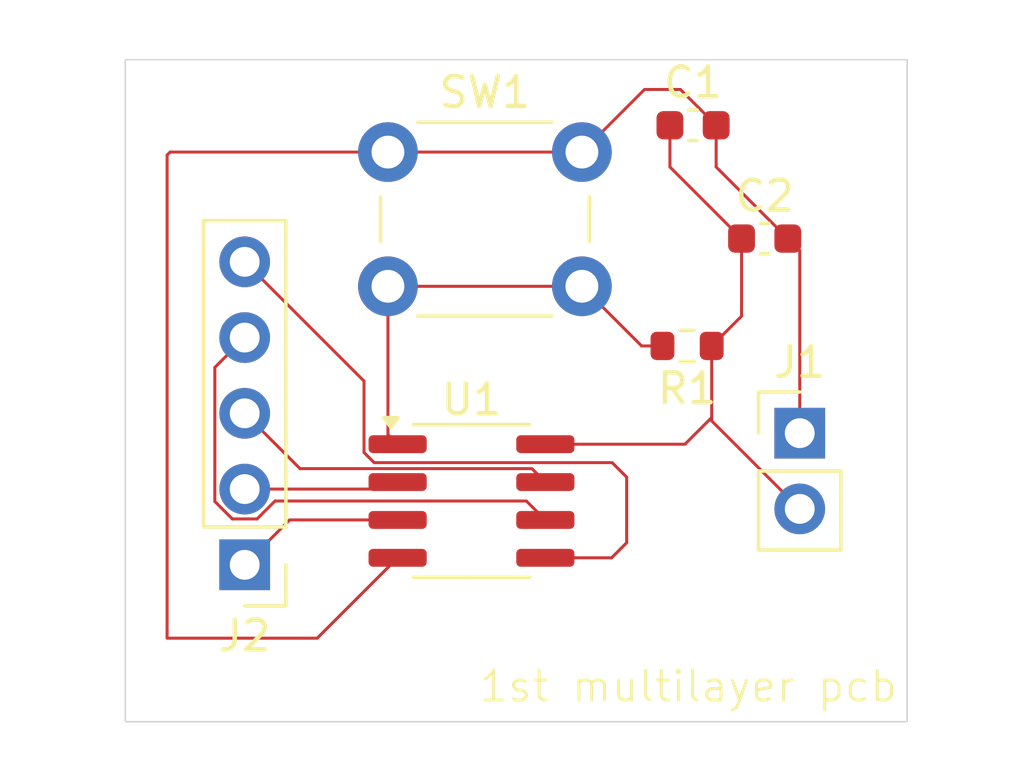
<source format=kicad_pcb>
(kicad_pcb (version 20241229) (generator "pcbnew") (generator_version "9.0")
  (layers (0 "F.Cu" signal) (4 "In1.Cu" power) (6 "In2.Cu" power) (2 "B.Cu" signal) (13 "F.Paste" user) (15 "B.Paste" user) (5 "F.SilkS" user "F.Silkscreen") (7 "B.SilkS" user "B.Silkscreen") (1 "F.Mask" user) (3 "B.Mask" user) (25 "Edge.Cuts" user))
  (net 0 "")
  (net 1 "5VD")
  (net 2 "Net-(U1-~{RESET}{slash}PB5)")
  (net 3 "Net-(J2-Pin_3)")
  (net 4 "Net-(J2-Pin_5)")
  (net 5 "Net-(J2-Pin_2)")
  (net 6 "Net-(J2-Pin_4)")
  (net 7 "Net-(J2-Pin_1)")
  (net 8 "GNDD")
  (footprint "Capacitor_SMD:C_0603_1608Metric" (layer "F.Cu") (at 125.625 85.8)
    (property "Reference" "C2" (at 0 -1.43 0) (layer "F.SilkS"))
    (property "Value" "0.1uF")
    (fp_line (start -0.14058 -0.51) (end 0.14058 -0.51) (stroke (width 0.12)) (layer "F.SilkS"))
    (fp_line (start -0.14058 0.51) (end 0.14058 0.51) (stroke (width 0.12)) (layer "F.SilkS"))
    (pad "1" smd roundrect (at -0.775 0) (size 0.9 0.95) (layers "F.Cu" "F.Mask" "F.Paste") (net 1 "5VD"))
    (pad "2" smd roundrect (at 0.775 0) (size 0.9 0.95) (layers "F.Cu" "F.Mask" "F.Paste") (net 8 "GNDD"))
  )
  (footprint "Button_Switch_THT:SW_PUSH_6mm" (layer "F.Cu") (at 113 82.9)
    (property "Reference" "SW1" (at 3.25 -2 0) (layer "F.SilkS"))
    (property "Value" "SW_Push")
    (fp_line (start -0.25 1.5) (end -0.25 3) (stroke (width 0.12)) (layer "F.SilkS"))
    (fp_line (start 1 5.5) (end 5.5 5.5) (stroke (width 0.12)) (layer "F.SilkS"))
    (fp_line (start 5.5 -1) (end 1 -1) (stroke (width 0.12)) (layer "F.SilkS"))
    (fp_line (start 6.75 3) (end 6.75 1.5) (stroke (width 0.12)) (layer "F.SilkS"))
    (pad "1" thru_hole circle (at 0 0 90) (size 2 2) (drill 1.1) (layers "*.Cu" "*.Mask") (net 8 "GNDD"))
    (pad "1" thru_hole circle (at 6.5 0 90) (size 2 2) (drill 1.1) (layers "*.Cu" "*.Mask") (net 8 "GNDD"))
    (pad "2" thru_hole circle (at 0 4.5 90) (size 2 2) (drill 1.1) (layers "*.Cu" "*.Mask") (net 2 "Net-(U1-~{RESET}{slash}PB5)"))
    (pad "2" thru_hole circle (at 6.5 4.5 90) (size 2 2) (drill 1.1) (layers "*.Cu" "*.Mask") (net 2 "Net-(U1-~{RESET}{slash}PB5)"))
  )
  (footprint "Connector_PinHeader_2.54mm:PinHeader_1x05_P2.54mm_Vertical" (layer "F.Cu") (at 108.2 96.74 180)
    (property "Reference" "J2" (at 0 -2.38 0) (layer "F.SilkS"))
    (property "Value" "GPIO")
    (fp_line (start 1.38 1.27) (end 1.38 11.54) (stroke (width 0.12)) (layer "F.SilkS"))
    (fp_line (start -1.38 11.54) (end 1.38 11.54) (stroke (width 0.12)) (layer "F.SilkS"))
    (fp_line (start -1.38 1.27) (end 1.38 1.27) (stroke (width 0.12)) (layer "F.SilkS"))
    (fp_line (start -1.38 1.27) (end -1.38 11.54) (stroke (width 0.12)) (layer "F.SilkS"))
    (fp_line (start -1.38 0) (end -1.38 -1.38) (stroke (width 0.12)) (layer "F.SilkS"))
    (fp_line (start -1.38 -1.38) (end 0 -1.38) (stroke (width 0.12)) (layer "F.SilkS"))
    (pad "1" thru_hole rect (at 0 0 180) (size 1.7 1.7) (drill 1) (layers "*.Cu" "*.Mask") (net 7 "Net-(J2-Pin_1)"))
    (pad "2" thru_hole circle (at 0 2.54 180) (size 1.7 1.7) (drill 1) (layers "*.Cu" "*.Mask") (net 5 "Net-(J2-Pin_2)"))
    (pad "3" thru_hole circle (at 0 5.08 180) (size 1.7 1.7) (drill 1) (layers "*.Cu" "*.Mask") (net 3 "Net-(J2-Pin_3)"))
    (pad "4" thru_hole circle (at 0 7.62 180) (size 1.7 1.7) (drill 1) (layers "*.Cu" "*.Mask") (net 6 "Net-(J2-Pin_4)"))
    (pad "5" thru_hole circle (at 0 10.16 180) (size 1.7 1.7) (drill 1) (layers "*.Cu" "*.Mask") (net 4 "Net-(J2-Pin_5)"))
  )
  (footprint "Capacitor_SMD:C_0603_1608Metric" (layer "F.Cu") (at 123.225 82)
    (property "Reference" "C1" (at 0 -1.43 0) (layer "F.SilkS"))
    (property "Value" "4.7uF")
    (fp_line (start -0.14058 -0.51) (end 0.14058 -0.51) (stroke (width 0.12)) (layer "F.SilkS"))
    (fp_line (start -0.14058 0.51) (end 0.14058 0.51) (stroke (width 0.12)) (layer "F.SilkS"))
    (pad "1" smd roundrect (at -0.775 0) (size 0.9 0.95) (layers "F.Cu" "F.Mask" "F.Paste") (net 1 "5VD"))
    (pad "2" smd roundrect (at 0.775 0) (size 0.9 0.95) (layers "F.Cu" "F.Mask" "F.Paste") (net 8 "GNDD"))
  )
  (footprint "Resistor_SMD:R_0603_1608Metric" (layer "F.Cu") (at 123.025 89.4 180)
    (property "Reference" "R1" (at 0 -1.43 0) (layer "F.SilkS"))
    (property "Value" "10K")
    (fp_line (start -0.237258 0.5225) (end 0.237258 0.5225) (stroke (width 0.12)) (layer "F.SilkS"))
    (fp_line (start -0.237258 -0.5225) (end 0.237258 -0.5225) (stroke (width 0.12)) (layer "F.SilkS"))
    (pad "1" smd roundrect (at -0.825 0 180) (size 0.8 0.95) (layers "F.Cu" "F.Mask" "F.Paste") (net 1 "5VD"))
    (pad "2" smd roundrect (at 0.825 0 180) (size 0.8 0.95) (layers "F.Cu" "F.Mask" "F.Paste") (net 2 "Net-(U1-~{RESET}{slash}PB5)"))
  )
  (footprint "Package_SO:SOIC-8_3.9x4.9mm_P1.27mm" (layer "F.Cu") (at 115.8 94.6)
    (property "Reference" "U1" (at 0 -3.4 0) (layer "F.SilkS"))
    (property "Value" "ATtiny85-20S")
    (fp_line (start 0 -2.56) (end -1.95 -2.56) (stroke (width 0.12)) (layer "F.SilkS"))
    (fp_line (start 0 -2.56) (end 1.95 -2.56) (stroke (width 0.12)) (layer "F.SilkS"))
    (fp_line (start 0 2.56) (end -1.95 2.56) (stroke (width 0.12)) (layer "F.SilkS"))
    (fp_line (start 0 2.56) (end 1.95 2.56) (stroke (width 0.12)) (layer "F.SilkS"))
    (fp_poly (pts (xy -2.7 -2.465) (xy -2.94 -2.795) (xy -2.46 -2.795)) (stroke (width 0.12)) (fill yes) (layer "F.SilkS"))
    (pad "1" smd roundrect (at -2.475 -1.905) (size 1.95 0.6) (layers "F.Cu" "F.Mask" "F.Paste") (net 2 "Net-(U1-~{RESET}{slash}PB5)"))
    (pad "2" smd roundrect (at -2.475 -0.635) (size 1.95 0.6) (layers "F.Cu" "F.Mask" "F.Paste") (net 5 "Net-(J2-Pin_2)"))
    (pad "3" smd roundrect (at -2.475 0.635) (size 1.95 0.6) (layers "F.Cu" "F.Mask" "F.Paste") (net 7 "Net-(J2-Pin_1)"))
    (pad "4" smd roundrect (at -2.475 1.905) (size 1.95 0.6) (layers "F.Cu" "F.Mask" "F.Paste") (net 8 "GNDD"))
    (pad "5" smd roundrect (at 2.475 1.905) (size 1.95 0.6) (layers "F.Cu" "F.Mask" "F.Paste") (net 4 "Net-(J2-Pin_5)"))
    (pad "6" smd roundrect (at 2.475 0.635) (size 1.95 0.6) (layers "F.Cu" "F.Mask" "F.Paste") (net 6 "Net-(J2-Pin_4)"))
    (pad "7" smd roundrect (at 2.475 -0.635) (size 1.95 0.6) (layers "F.Cu" "F.Mask" "F.Paste") (net 3 "Net-(J2-Pin_3)"))
    (pad "8" smd roundrect (at 2.475 -1.905) (size 1.95 0.6) (layers "F.Cu" "F.Mask" "F.Paste") (net 1 "5VD"))
  )
  (footprint "Connector_PinHeader_2.54mm:PinHeader_1x02_P2.54mm_Vertical" (layer "F.Cu") (at 126.8 92.325)
    (property "Reference" "J1" (at 0 -2.38 0) (layer "F.SilkS"))
    (property "Value" "Conn_01x02_Socket")
    (fp_line (start -1.38 -1.38) (end 0 -1.38) (stroke (width 0.12)) (layer "F.SilkS"))
    (fp_line (start -1.38 0) (end -1.38 -1.38) (stroke (width 0.12)) (layer "F.SilkS"))
    (fp_line (start -1.38 1.27) (end -1.38 3.92) (stroke (width 0.12)) (layer "F.SilkS"))
    (fp_line (start -1.38 1.27) (end 1.38 1.27) (stroke (width 0.12)) (layer "F.SilkS"))
    (fp_line (start -1.38 3.92) (end 1.38 3.92) (stroke (width 0.12)) (layer "F.SilkS"))
    (fp_line (start 1.38 1.27) (end 1.38 3.92) (stroke (width 0.12)) (layer "F.SilkS"))
    (pad "1" thru_hole rect (at 0 0) (size 1.7 1.7) (drill 1) (layers "*.Cu" "*.Mask") (net 8 "GNDD"))
    (pad "2" thru_hole circle (at 0 2.54) (size 1.7 1.7) (drill 1) (layers "*.Cu" "*.Mask") (net 1 "5VD"))
  )
  (gr_rect (start 104.2 79.8) (end 130.4 102) (stroke (width 0.05)) (fill no) (layer "Edge.Cuts"))
  (gr_text "1st multilayer pcb" (at 116 101.4 0) (layer "F.SilkS") (effects (font (size 1 1) (thickness 0.1)) (justify left bottom)))
  (segment (start 124.85 88.4) (end 123.85 89.4) (width 0.1) (layer "F.Cu") (net 1))
  (segment (start 122.955 92.695) (end 123.85 91.8) (width 0.1) (layer "F.Cu") (net 1))
  (segment (start 123.85 89.4) (end 123.85 91.8) (width 0.1) (layer "F.Cu") (net 1))
  (segment (start 123.85 91.915) (end 126.8 94.865) (width 0.1) (layer "F.Cu") (net 1))
  (segment (start 123.85 91.8) (end 123.85 91.915) (width 0.1) (layer "F.Cu") (net 1))
  (segment (start 122.45 82) (end 122.45 83.4) (width 0.1) (layer "F.Cu") (net 1))
  (segment (start 122.45 83.4) (end 124.85 85.8) (width 0.1) (layer "F.Cu") (net 1))
  (segment (start 124.85 85.8) (end 124.85 88.4) (width 0.1) (layer "F.Cu") (net 1))
  (segment (start 118.275 92.695) (end 122.955 92.695) (width 0.1) (layer "F.Cu") (net 1))
  (segment (start 113 87.4) (end 119.5 87.4) (width 0.1) (layer "F.Cu") (net 2))
  (segment (start 121.5 89.4) (end 122.2 89.4) (width 0.1) (layer "F.Cu") (net 2))
  (segment (start 113 92.37) (end 113.325 92.695) (width 0.1) (layer "F.Cu") (net 2))
  (segment (start 113 87.4) (end 113 92.37) (width 0.1) (layer "F.Cu") (net 2))
  (segment (start 119.5 87.4) (end 121.5 89.4) (width 0.1) (layer "F.Cu") (net 2))
  (segment (start 108.2 91.66) (end 110.054 93.514) (width 0.1) (layer "F.Cu") (net 3))
  (segment (start 110.054 93.514) (end 117.824 93.514) (width 0.1) (layer "F.Cu") (net 3))
  (segment (start 117.824 93.514) (end 118.275 93.965) (width 0.1) (layer "F.Cu") (net 3))
  (segment (start 121 93.8) (end 121 96) (width 0.1) (layer "F.Cu") (net 4))
  (segment (start 121 96) (end 120.495 96.505) (width 0.1) (layer "F.Cu") (net 4))
  (segment (start 112.538164 93.313) (end 120.513 93.313) (width 0.1) (layer "F.Cu") (net 4))
  (segment (start 120.513 93.313) (end 121 93.8) (width 0.1) (layer "F.Cu") (net 4))
  (segment (start 120.495 96.505) (end 118.275 96.505) (width 0.1) (layer "F.Cu") (net 4))
  (segment (start 108.2 86.58) (end 112.199 90.579) (width 0.1) (layer "F.Cu") (net 4))
  (segment (start 112.199 90.579) (end 112.199 92.973836) (width 0.1) (layer "F.Cu") (net 4))
  (segment (start 112.199 92.973836) (end 112.538164 93.313) (width 0.1) (layer "F.Cu") (net 4))
  (segment (start 113.09 94.2) (end 113.325 93.965) (width 0.1) (layer "F.Cu") (net 5))
  (segment (start 108.2 94.2) (end 113.09 94.2) (width 0.1) (layer "F.Cu") (net 5))
  (segment (start 108.2 89.12) (end 107.199 90.121) (width 0.1) (layer "F.Cu") (net 6))
  (segment (start 117.64 94.6) (end 118.275 95.235) (width 0.1) (layer "F.Cu") (net 6))
  (segment (start 107.199 94.614628) (end 107.785372 95.201) (width 0.1) (layer "F.Cu") (net 6))
  (segment (start 107.785372 95.201) (end 108.614628 95.201) (width 0.1) (layer "F.Cu") (net 6))
  (segment (start 109.215628 94.6) (end 117.64 94.6) (width 0.1) (layer "F.Cu") (net 6))
  (segment (start 107.199 90.121) (end 107.199 94.614628) (width 0.1) (layer "F.Cu") (net 6))
  (segment (start 108.614628 95.201) (end 109.215628 94.6) (width 0.1) (layer "F.Cu") (net 6))
  (segment (start 108.2 96.74) (end 109.705 95.235) (width 0.1) (layer "F.Cu") (net 7))
  (segment (start 109.705 95.235) (end 113.325 95.235) (width 0.1) (layer "F.Cu") (net 7))
  (segment (start 110.63 99.2) (end 113.325 96.505) (width 0.1) (layer "F.Cu") (net 8))
  (segment (start 121.6 80.8) (end 122.8 80.8) (width 0.1) (layer "F.Cu") (net 8))
  (segment (start 122.8 80.8) (end 124 82) (width 0.1) (layer "F.Cu") (net 8))
  (segment (start 105.6 83) (end 105.6 99.2) (width 0.1) (layer "F.Cu") (net 8))
  (segment (start 124 82) (end 124 83.4) (width 0.1) (layer "F.Cu") (net 8))
  (segment (start 105.6 99.2) (end 110.63 99.2) (width 0.1) (layer "F.Cu") (net 8))
  (segment (start 119.5 82.9) (end 113 82.9) (width 0.1) (layer "F.Cu") (net 8))
  (segment (start 126.8 86.2) (end 126.4 85.8) (width 0.1) (layer "F.Cu") (net 8))
  (segment (start 126.8 92.325) (end 126.8 86.2) (width 0.1) (layer "F.Cu") (net 8))
  (segment (start 105.7 82.9) (end 105.6 83) (width 0.1) (layer "F.Cu") (net 8))
  (segment (start 113 82.9) (end 105.7 82.9) (width 0.1) (layer "F.Cu") (net 8))
  (segment (start 119.5 82.9) (end 121.6 80.8) (width 0.1) (layer "F.Cu") (net 8))
  (segment (start 124 83.4) (end 126.4 85.8) (width 0.1) (layer "F.Cu") (net 8))
)
</source>
